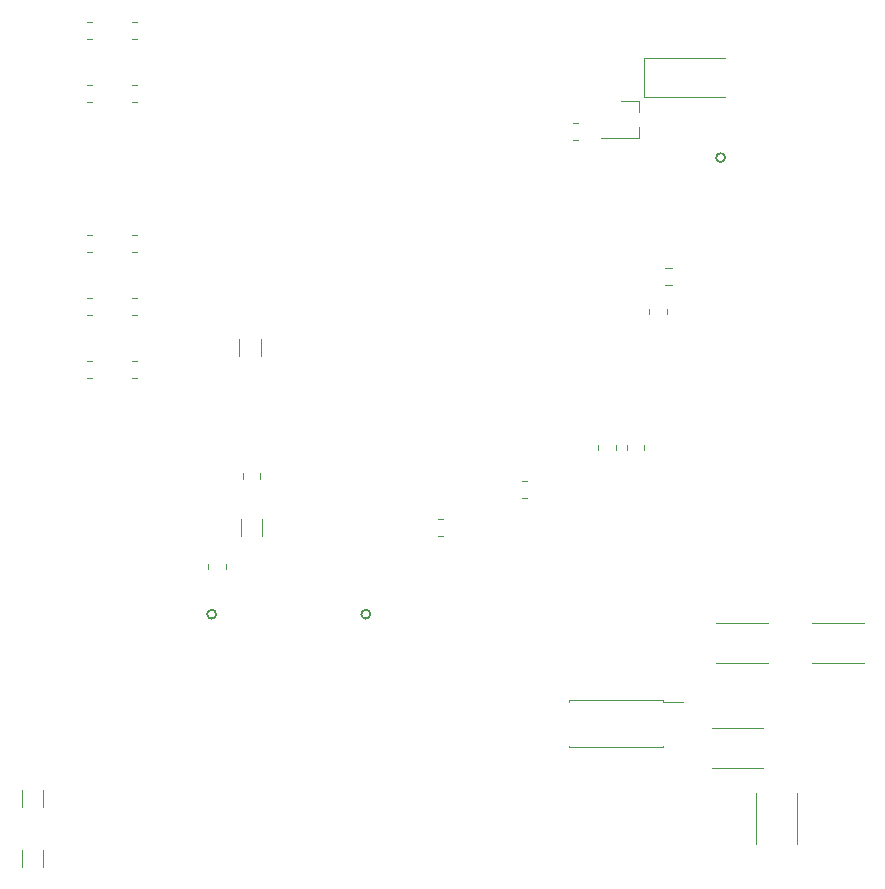
<source format=gbr>
%TF.GenerationSoftware,KiCad,Pcbnew,(5.1.8)-1*%
%TF.CreationDate,2021-03-17T21:52:08+01:00*%
%TF.ProjectId,sensactOutdoor,73656e73-6163-4744-9f75-74646f6f722e,rev?*%
%TF.SameCoordinates,Original*%
%TF.FileFunction,Legend,Bot*%
%TF.FilePolarity,Positive*%
%FSLAX46Y46*%
G04 Gerber Fmt 4.6, Leading zero omitted, Abs format (unit mm)*
G04 Created by KiCad (PCBNEW (5.1.8)-1) date 2021-03-17 21:52:08*
%MOMM*%
%LPD*%
G01*
G04 APERTURE LIST*
%ADD10C,0.120000*%
%ADD11C,0.152400*%
G04 APERTURE END LIST*
D10*
%TO.C,R31*%
X90532936Y-85920000D02*
X94887064Y-85920000D01*
X90532936Y-89340000D02*
X94887064Y-89340000D01*
%TO.C,R32*%
X67807064Y-68226000D02*
X67352936Y-68226000D01*
X67807064Y-69696000D02*
X67352936Y-69696000D01*
%TO.C,Ce*%
X50652000Y-68249748D02*
X50652000Y-69672252D01*
X52472000Y-68249748D02*
X52472000Y-69672252D01*
%TO.C,U8*%
X78423000Y-83598000D02*
X78423000Y-83748000D01*
X86423000Y-83598000D02*
X78423000Y-83598000D01*
X86423000Y-83748000D02*
X86423000Y-83598000D01*
X86423000Y-87598000D02*
X86423000Y-87448000D01*
X78423000Y-87598000D02*
X86423000Y-87598000D01*
X78423000Y-87448000D02*
X78423000Y-87598000D01*
X86423000Y-83748000D02*
X88123000Y-83748000D01*
%TO.C,R30*%
X97722000Y-91423936D02*
X97722000Y-95778064D01*
X94302000Y-91423936D02*
X94302000Y-95778064D01*
%TO.C,R28*%
X99041936Y-77030000D02*
X103396064Y-77030000D01*
X99041936Y-80450000D02*
X103396064Y-80450000D01*
%TO.C,R16*%
X90913936Y-77030000D02*
X95268064Y-77030000D01*
X90913936Y-80450000D02*
X95268064Y-80450000D01*
%TO.C,R29*%
X52297000Y-64854064D02*
X52297000Y-64399936D01*
X50827000Y-64854064D02*
X50827000Y-64399936D01*
%TO.C,Q6*%
X84326000Y-32837000D02*
X82866000Y-32837000D01*
X84326000Y-35997000D02*
X81166000Y-35997000D01*
X84326000Y-35997000D02*
X84326000Y-35067000D01*
X84326000Y-32837000D02*
X84326000Y-33767000D01*
D11*
%TO.C,J13*%
X91656935Y-37672000D02*
G75*
G03*
X91656935Y-37672000I-381000J0D01*
G01*
%TO.C,J12*%
X61621666Y-76327000D02*
G75*
G03*
X61621666Y-76327000I-381000J0D01*
G01*
%TO.C,J10*%
X48566066Y-76327000D02*
G75*
G03*
X48566066Y-76327000I-381000J0D01*
G01*
D10*
%TO.C,D4*%
X84754000Y-32511000D02*
X91654000Y-32511000D01*
X84754000Y-29211000D02*
X91654000Y-29211000D01*
X84754000Y-32511000D02*
X84754000Y-29211000D01*
%TO.C,C22*%
X52345000Y-54432252D02*
X52345000Y-53009748D01*
X50525000Y-54432252D02*
X50525000Y-53009748D01*
%TO.C,R27*%
X74464936Y-66521000D02*
X74919064Y-66521000D01*
X74464936Y-65051000D02*
X74919064Y-65051000D01*
%TO.C,R26*%
X80926000Y-62457064D02*
X80926000Y-62002936D01*
X82396000Y-62457064D02*
X82396000Y-62002936D01*
%TO.C,R25*%
X83339000Y-62457064D02*
X83339000Y-62002936D01*
X84809000Y-62457064D02*
X84809000Y-62002936D01*
%TO.C,R9*%
X86714000Y-50461936D02*
X86714000Y-50916064D01*
X85244000Y-50461936D02*
X85244000Y-50916064D01*
%TO.C,C15*%
X87129252Y-48487000D02*
X86606748Y-48487000D01*
X87129252Y-47017000D02*
X86606748Y-47017000D01*
%TO.C,R21*%
X41883064Y-51027000D02*
X41428936Y-51027000D01*
X41883064Y-49557000D02*
X41428936Y-49557000D01*
%TO.C,R19*%
X41883064Y-45693000D02*
X41428936Y-45693000D01*
X41883064Y-44223000D02*
X41428936Y-44223000D01*
%TO.C,R22*%
X38073064Y-51027000D02*
X37618936Y-51027000D01*
X38073064Y-49557000D02*
X37618936Y-49557000D01*
%TO.C,R20*%
X38073064Y-45693000D02*
X37618936Y-45693000D01*
X38073064Y-44223000D02*
X37618936Y-44223000D01*
%TO.C,R18*%
X38073064Y-32993000D02*
X37618936Y-32993000D01*
X38073064Y-31523000D02*
X37618936Y-31523000D01*
%TO.C,R17*%
X41883064Y-32993000D02*
X41428936Y-32993000D01*
X41883064Y-31523000D02*
X41428936Y-31523000D01*
%TO.C,R15*%
X38073064Y-27659000D02*
X37618936Y-27659000D01*
X38073064Y-26189000D02*
X37618936Y-26189000D01*
%TO.C,R14*%
X41883064Y-27659000D02*
X41428936Y-27659000D01*
X41883064Y-26189000D02*
X41428936Y-26189000D01*
%TO.C,R13*%
X47906000Y-72490064D02*
X47906000Y-72035936D01*
X49376000Y-72490064D02*
X49376000Y-72035936D01*
%TO.C,R12*%
X38073064Y-56361000D02*
X37618936Y-56361000D01*
X38073064Y-54891000D02*
X37618936Y-54891000D01*
%TO.C,R11*%
X41883064Y-56361000D02*
X41428936Y-56361000D01*
X41883064Y-54891000D02*
X41428936Y-54891000D01*
%TO.C,R5*%
X78750936Y-34698000D02*
X79205064Y-34698000D01*
X78750936Y-36168000D02*
X79205064Y-36168000D01*
%TO.C,R2*%
X32110000Y-91220936D02*
X32110000Y-92675064D01*
X33930000Y-91220936D02*
X33930000Y-92675064D01*
%TO.C,C10*%
X33930000Y-97739252D02*
X33930000Y-96316748D01*
X32110000Y-97739252D02*
X32110000Y-96316748D01*
%TD*%
M02*

</source>
